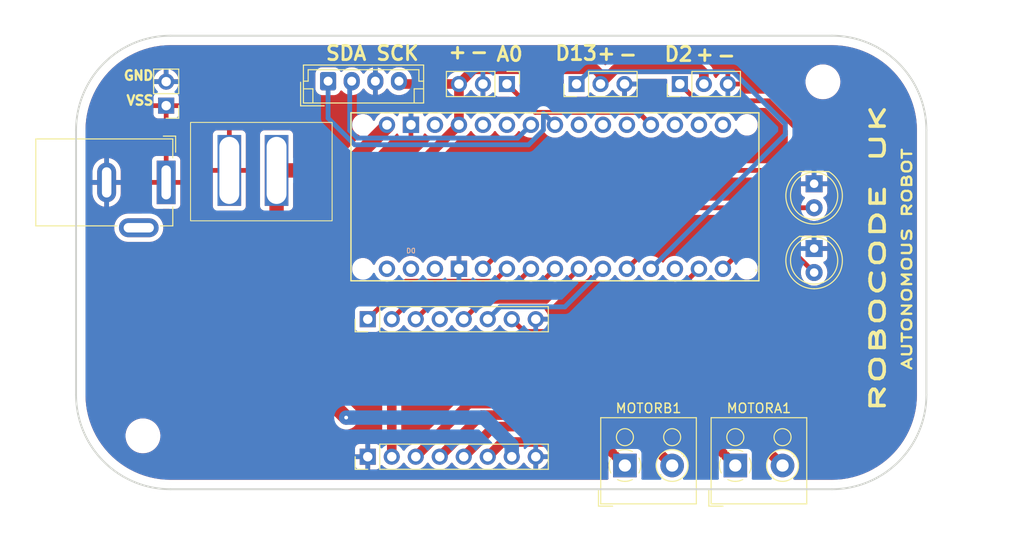
<source format=kicad_pcb>
(kicad_pcb (version 20221018) (generator pcbnew)
  (layers (0 "F.Cu" signal) (31 "B.Cu" signal) (34 "B.Paste" user) (35 "F.Paste" user) (36 "B.SilkS" user "B.Silkscreen") (37 "F.SilkS" user "F.Silkscreen") (38 "B.Mask" user) (39 "F.Mask" user) (44 "Edge.Cuts" user))
  (net 0 "")
  (net 1 "GND")
  (net 2 "LED1")
  (net 3 "LED2")
  (net 4 "Vss")
  (net 5 "PWMA")
  (net 6 "AIN2")
  (net 7 "AIN1")
  (net 9 "BIN1")
  (net 10 "BIN2")
  (net 11 "PWMB")
  (net 12 "5V")
  (net 13 "AO1")
  (net 14 "AO2")
  (net 15 "BO1")
  (net 16 "BO2")
  (net 17 "A0")
  (net 18 "D13")
  (net 19 "VIN")
  (net 24 "SDA")
  (net 25 "SCK")
  (net 31 "D2")
  (footprint "LED_THT:LED_D5.0mm" (layer "F.Cu") (at 115.062 138.066 -90)
    (fp_text reference "D7" hide)
    (fp_text value "LED")
    (fp_line (start -1.29 -1.545) (end -1.29 1.545) (stroke (width 0.12)) (layer "F.SilkS"))
    (fp_arc (start -1.29 -1.54483) (mid 2.072002 -2.880433) (end 4.26 0.000462) (stroke (width 0.12)) (layer "F.SilkS"))
    (fp_arc (start 4.26 -0.000462) (mid 2.072002 2.880433) (end -1.29 1.54483) (stroke (width 0.12)) (layer "F.SilkS"))
    (fp_circle (center 1.27 0) (end 3.77 0) (stroke (width 0.12)) (fill none) (layer "F.SilkS"))
    (pad "1" thru_hole rect (at 0 0 270) (size 1.8 1.8) (drill 0.9) (layers "*.Cu" "*.Mask") (net 1 "GND"))
    (pad "2" thru_hole circle (at 2.54 0 270) (size 1.8 1.8) (drill 0.9) (layers "*.Cu" "*.Mask") (net 2 "LED1"))
  )
  (footprint "LOGO" (layer "F.Cu") (at 44.45 153.162)
    (fp_text reference "G***" hide)
    (fp_text value "LOGO" hide)
  )
  (footprint "Connector_PinHeader_2.54mm:PinHeader_1x02_P2.54mm_Vertical" (layer "F.Cu") (at 46.482 129.799 180)
    (fp_text reference "J1" hide)
    (fp_text value "Conn_01x02_Pin")
    (fp_line (start -1.33 -1.33) (end 0 -1.33) (stroke (width 0.12)) (layer "F.SilkS"))
    (fp_line (start -1.33 0) (end -1.33 -1.33) (stroke (width 0.12)) (layer "F.SilkS"))
    (fp_line (start -1.33 1.27) (end -1.33 3.87) (stroke (width 0.12)) (layer "F.SilkS"))
    (fp_line (start -1.33 1.27) (end 1.33 1.27) (stroke (width 0.12)) (layer "F.SilkS"))
    (fp_line (start -1.33 3.87) (end 1.33 3.87) (stroke (width 0.12)) (layer "F.SilkS"))
    (fp_line (start 1.33 1.27) (end 1.33 3.87) (stroke (width 0.12)) (layer "F.SilkS"))
    (pad "1" thru_hole rect (at 0 0 180) (size 1.7 1.7) (drill 1) (layers "*.Cu" "*.Mask") (net 4 "Vss"))
    (pad "2" thru_hole oval (at 0 2.54 180) (size 1.7 1.7) (drill 1) (layers "*.Cu" "*.Mask") (net 1 "GND"))
  )
  (footprint "Connector_JST:JST_EH_B4B-EH-A_1x04_P2.50mm_Vertical" (layer "F.Cu") (at 63.62 127.208)
    (fp_text reference "J3" hide)
    (fp_text value "Conn_01x04_Socket")
    (fp_line (start -2.91 0.11) (end -2.91 2.61) (stroke (width 0.12)) (layer "F.SilkS"))
    (fp_line (start -2.91 2.61) (end -0.41 2.61) (stroke (width 0.12)) (layer "F.SilkS"))
    (fp_line (start -2.61 -1.71) (end -2.61 2.31) (stroke (width 0.12)) (layer "F.SilkS"))
    (fp_line (start -2.61 0) (end -2.11 0) (stroke (width 0.12)) (layer "F.SilkS"))
    (fp_line (start -2.61 0.81) (end -1.61 0.81) (stroke (width 0.12)) (layer "F.SilkS"))
    (fp_line (start -2.61 2.31) (end 10.11 2.31) (stroke (width 0.12)) (layer "F.SilkS"))
    (fp_line (start -2.11 -1.21) (end 9.61 -1.21) (stroke (width 0.12)) (layer "F.SilkS"))
    (fp_line (start -2.11 0) (end -2.11 -1.21) (stroke (width 0.12)) (layer "F.SilkS"))
    (fp_line (start -1.61 0.81) (end -1.61 2.31) (stroke (width 0.12)) (layer "F.SilkS"))
    (fp_line (start 9.11 0.81) (end 9.11 2.31) (stroke (width 0.12)) (layer "F.SilkS"))
    (fp_line (start 9.61 -1.21) (end 9.61 0) (stroke (width 0.12)) (layer "F.SilkS"))
    (fp_line (start 9.61 0) (end 10.11 0) (stroke (width 0.12)) (layer "F.SilkS"))
    (fp_line (start 10.11 -1.71) (end -2.61 -1.71) (stroke (width 0.12)) (layer "F.SilkS"))
    (fp_line (start 10.11 0.81) (end 9.11 0.81) (stroke (width 0.12)) (layer "F.SilkS"))
    (fp_line (start 10.11 2.31) (end 10.11 -1.71) (stroke (width 0.12)) (layer "F.SilkS"))
    (pad "1" thru_hole roundrect (at 0 0) (size 1.7 1.95) (drill 0.95) (layers "*.Cu" "*.Mask") (roundrect_rratio 0.1470588235) (net 24 "SDA"))
    (pad "2" thru_hole oval (at 2.5 0) (size 1.7 1.95) (drill 0.95) (layers "*.Cu" "*.Mask") (net 25 "SCK"))
    (pad "3" thru_hole oval (at 5 0) (size 1.7 1.95) (drill 0.95) (layers "*.Cu" "*.Mask") (net 1 "GND"))
    (pad "4" thru_hole oval (at 7.5 0) (size 1.7 1.95) (drill 0.95) (layers "*.Cu" "*.Mask") (net 12 "5V"))
  )
  (footprint "Connector_PinHeader_2.54mm:PinHeader_1x03_P2.54mm_Vertical" (layer "F.Cu") (at 89.916 127.508 90)
    (fp_text reference "J7" hide)
    (fp_text value "Servo")
    (fp_line (start -1.33 -1.33) (end 0 -1.33) (stroke (width 0.12)) (layer "F.SilkS"))
    (fp_line (start -1.33 0) (end -1.33 -1.33) (stroke (width 0.12)) (layer "F.SilkS"))
    (fp_line (start -1.33 1.27) (end -1.33 6.41) (stroke (width 0.12)) (layer "F.SilkS"))
    (fp_line (start -1.33 1.27) (end 1.33 1.27) (stroke (width 0.12)) (layer "F.SilkS"))
    (fp_line (start -1.33 6.41) (end 1.33 6.41) (stroke (width 0.12)) (layer "F.SilkS"))
    (fp_line (start 1.33 1.27) (end 1.33 6.41) (stroke (width 0.12)) (layer "F.SilkS"))
    (pad "1" thru_hole rect (at 0 0 90) (size 1.7 1.7) (drill 1) (layers "*.Cu" "*.Mask") (net 18 "D13"))
    (pad "2" thru_hole oval (at 0 2.54 90) (size 1.7 1.7) (drill 1) (layers "*.Cu" "*.Mask") (net 12 "5V"))
    (pad "3" thru_hole oval (at 0 5.08 90) (size 1.7 1.7) (drill 1) (layers "*.Cu" "*.Mask") (net 1 "GND"))
  )
  (footprint "MountingHole:MountingHole_3.2mm_M3" (layer "F.Cu") (at 115.994 127.276)
    (fp_text reference "REF**" hide)
    (fp_text value "MountingHole_3.2mm_M3")
    (pad "" np_thru_hole circle (at 0 0) (size 3.2 3.2) (drill 3.2) (layers "F&B.Cu" "*.Mask"))
  )
  (footprint "TerminalBlock_RND:TerminalBlock_RND_205-00001_1x02_P5.00mm_Horizontal" (layer "F.Cu") (at 106.72 167.886)
    (fp_text reference "MOTORA1" (at 2.5 -6.06) (layer "F.SilkS"))
    (fp_text value "Screw_Terminal_01x02")
    (fp_line (start -2.8 2.56) (end -2.8 4.3) (stroke (width 0.12)) (layer "F.SilkS"))
    (fp_line (start -2.8 4.3) (end -1.3 4.3) (stroke (width 0.12)) (layer "F.SilkS"))
    (fp_line (start -2.56 -5.06) (end -2.56 4.06) (stroke (width 0.12)) (layer "F.SilkS"))
    (fp_line (start -2.56 -5.06) (end 7.56 -5.06) (stroke (width 0.12)) (layer "F.SilkS"))
    (fp_line (start -2.56 2.5) (end 7.56 2.5) (stroke (width 0.12)) (layer "F.SilkS"))
    (fp_line (start -2.56 4.06) (end 7.56 4.06) (stroke (width 0.12)) (layer "F.SilkS"))
    (fp_line (start 3.82 0.976) (end 3.726 1.069) (stroke (width 0.12)) (layer "F.SilkS"))
    (fp_line (start 3.99 1.216) (end 3.931 1.274) (stroke (width 0.12)) (layer "F.SilkS"))
    (fp_line (start 6.07 -1.275) (end 6.011 -1.216) (stroke (width 0.12)) (layer "F.SilkS"))
    (fp_line (start 6.275 -1.069) (end 6.181 -0.976) (stroke (width 0.12)) (layer "F.SilkS"))
    (fp_line (start 7.56 -5.06) (end 7.56 4.06) (stroke (width 0.12)) (layer "F.SilkS"))
    (fp_arc (start -1.483953 0.789089) (mid -1.680708 0.00005) (end -1.484 -0.789) (stroke (width 0.12)) (layer "F.SilkS"))
    (fp_arc (start -0.789089 -1.483953) (mid -0.00005 -1.680708) (end 0.789 -1.484) (stroke (width 0.12)) (layer "F.SilkS"))
    (fp_arc (start 0.029383 1.68045) (mid -0.392304 1.634281) (end -0.789 1.484) (stroke (width 0.12)) (layer "F.SilkS"))
    (fp_arc (start 0.788712 1.483352) (mid 0.406429 1.630097) (end 0 1.68) (stroke (width 0.12)) (layer "F.SilkS"))
    (fp_arc (start 1.483953 -0.789089) (mid 1.680708 -0.00005) (end 1.484 0.789) (stroke (width 0.12)) (layer "F.SilkS"))
    (fp_circle (center 0 -3) (end 0.9 -3) (stroke (width 0.12)) (fill none) (layer "F.SilkS"))
    (fp_circle (center 5 -3) (end 5.9 -3) (stroke (width 0.12)) (fill none) (layer "F.SilkS"))
    (fp_circle (center 5 0) (end 6.68 0) (stroke (width 0.12)) (fill none) (layer "F.SilkS"))
    (pad "1" thru_hole rect (at 0 0) (size 2.5 2.5) (drill 1.3) (layers "*.Cu" "*.Mask") (net 14 "AO2"))
    (pad "2" thru_hole circle (at 5 0) (size 2.5 2.5) (drill 1.3) (layers "*.Cu" "*.Mask") (net 13 "AO1"))
  )
  (footprint "Connector_PinHeader_2.54mm:PinHeader_1x08_P2.54mm_Vertical" (layer "F.Cu") (at 67.818 152.4 90)
    (fp_text reference "J4" hide)
    (fp_text value "Conn_01x08_Socket")
    (fp_line (start -1.33 -1.33) (end 0 -1.33) (stroke (width 0.12)) (layer "F.SilkS"))
    (fp_line (start -1.33 0) (end -1.33 -1.33) (stroke (width 0.12)) (layer "F.SilkS"))
    (fp_line (start -1.33 1.27) (end -1.33 19.11) (stroke (width 0.12)) (layer "F.SilkS"))
    (fp_line (start -1.33 1.27) (end 1.33 1.27) (stroke (width 0.12)) (layer "F.SilkS"))
    (fp_line (start -1.33 19.11) (end 1.33 19.11) (stroke (width 0.12)) (layer "F.SilkS"))
    (fp_line (start 1.33 1.27) (end 1.33 19.11) (stroke (width 0.12)) (layer "F.SilkS"))
    (pad "1" thru_hole rect (at 0 0 90) (size 1.7 1.7) (drill 1) (layers "*.Cu" "*.Mask") (net 5 "PWMA"))
    (pad "2" thru_hole oval (at 0 2.54 90) (size 1.7 1.7) (drill 1) (layers "*.Cu" "*.Mask") (net 6 "AIN2"))
    (pad "3" thru_hole oval (at 0 5.08 90) (size 1.7 1.7) (drill 1) (layers "*.Cu" "*.Mask") (net 7 "AIN1"))
    (pad "4" thru_hole oval (at 0 7.62 90) (size 1.7 1.7) (drill 1) (layers "*.Cu" "*.Mask"))
    (pad "5" thru_hole oval (at 0 10.16 90) (size 1.7 1.7) (drill 1) (layers "*.Cu" "*.Mask") (net 9 "BIN1"))
    (pad "6" thru_hole oval (at 0 12.7 90) (size 1.7 1.7) (drill 1) (layers "*.Cu" "*.Mask") (net 10 "BIN2"))
    (pad "7" thru_hole oval (at 0 15.24 90) (size 1.7 1.7) (drill 1) (layers "*.Cu" "*.Mask") (net 11 "PWMB"))
    (pad "8" thru_hole oval (at 0 17.78 90) (size 1.7 1.7) (drill 1) (layers "*.Cu" "*.Mask") (net 1 "GND"))
  )
  (footprint "MountingHole:MountingHole_3.2mm_M3" (layer "F.Cu") (at 44.024 164.746)
    (fp_text reference "REF**" hide)
    (fp_text value "MountingHole_3.2mm_M3")
    (pad "" np_thru_hole circle (at 0 0) (size 3.2 3.2) (drill 3.2) (layers "F&B.Cu" "*.Mask"))
  )
  (footprint "Connector_BarrelJack:BarrelJack_GCT_DCJ200-10-A_Horizontal" (layer "F.Cu") (at 46.482 137.922 -90)
    (fp_text reference "J2" hide)
    (fp_text value "Barrel_Jack_MountingPin")
    (fp_line (start -4.9 -1) (end -4.9 0.3) (stroke (width 0.12)) (layer "F.SilkS"))
    (fp_line (start -4.6 -0.7) (end -2.6 -0.7) (stroke (width 0.12)) (layer "F.SilkS"))
    (fp_line (start -4.6 13.8) (end -4.6 -0.7) (stroke (width 0.12)) (layer "F.SilkS"))
    (fp_line (start -3.2 -1) (end -4.9 -1) (stroke (width 0.12)) (layer "F.SilkS"))
    (fp_line (start 2.6 -0.7) (end 4.6 -0.7) (stroke (width 0.12)) (layer "F.SilkS"))
    (fp_line (start 4.6 -0.7) (end 4.6 0.6) (stroke (width 0.12)) (layer "F.SilkS"))
    (fp_line (start 4.6 5.2) (end 4.6 13.8) (stroke (width 0.12)) (layer "F.SilkS"))
    (fp_line (start 4.6 13.8) (end -4.6 13.8) (stroke (width 0.12)) (layer "F.SilkS"))
    (pad "1" thru_hole rect (at 0 0 270) (size 4.6 2) (drill oval 3.6 1) (layers "*.Cu" "*.Mask") (net 4 "Vss"))
    (pad "2" thru_hole oval (at 0 6.3 270) (size 4.2 2) (drill oval 3.2 1) (layers "*.Cu" "*.Mask") (net 1 "GND"))
    (pad "3" thru_hole oval (at 4.8 2.9 270) (size 2 4.2) (drill oval 1 3.2) (layers "*.Cu" "*.Mask"))
  )
  (footprint "Connector_PinHeader_2.54mm:PinHeader_1x03_P2.54mm_Vertical" (layer "F.Cu") (at 82.55 127.508 -90)
    (fp_text reference "J6" hide)
    (fp_text value "Sharp")
    (fp_line (start -1.33 -1.33) (end 0 -1.33) (stroke (width 0.12)) (layer "F.SilkS"))
    (fp_line (start -1.33 0) (end -1.33 -1.33) (stroke (width 0.12)) (layer "F.SilkS"))
    (fp_line (start -1.33 1.27) (end -1.33 6.41) (stroke (width 0.12)) (layer "F.SilkS"))
    (fp_line (start -1.33 1.27) (end 1.33 1.27) (stroke (width 0.12)) (layer "F.SilkS"))
    (fp_line (start -1.33 6.41) (end 1.33 6.41) (stroke (width 0.12)) (layer "F.SilkS"))
    (fp_line (start 1.33 1.27) (end 1.33 6.41) (stroke (width 0.12)) (layer "F.SilkS"))
    (pad "1" thru_hole rect (at 0 0 270) (size 1.7 1.7) (drill 1) (layers "*.Cu" "*.Mask") (net 17 "A0"))
    (pad "2" thru_hole oval (at 0 2.54 270) (size 1.7 1.7) (drill 1) (layers "*.Cu" "*.Mask") (net 1 "GND"))
    (pad "3" thru_hole oval (at 0 5.08 270) (size 1.7 1.7) (drill 1) (layers "*.Cu" "*.Mask") (net 12 "5V"))
  )
  (footprint "TerminalBlock_RND:TerminalBlock_RND_205-00001_1x02_P5.00mm_Horizontal" (layer "F.Cu") (at 95.036 167.886)
    (fp_text reference "MOTORB1" (at 2.5 -6.06) (layer "F.SilkS"))
    (fp_text value "Screw_Terminal_01x02")
    (fp_line (start -2.8 2.56) (end -2.8 4.3) (stroke (width 0.12)) (layer "F.SilkS"))
    (fp_line (start -2.8 4.3) (end -1.3 4.3) (stroke (width 0.12)) (layer "F.SilkS"))
    (fp_line (start -2.56 -5.06) (end -2.56 4.06) (stroke (width 0.12)) (layer "F.SilkS"))
    (fp_line (start -2.56 -5.06) (end 7.56 -5.06) (stroke (width 0.12)) (layer "F.SilkS"))
    (fp_line (start -2.56 2.5) (end 7.56 2.5) (stroke (width 0.12)) (layer "F.SilkS"))
    (fp_line (start -2.56 4.06) (end 7.56 4.06) (stroke (width 0.12)) (layer "F.SilkS"))
    (fp_line (start 3.82 0.976) (end 3.726 1.069) (stroke (width 0.12)) (layer "F.SilkS"))
    (fp_line (start 3.99 1.216) (end 3.931 1.274) (stroke (width 0.12)) (layer "F.SilkS"))
    (fp_line (start 6.07 -1.275) (end 6.011 -1.216) (stroke (width 0.12)) (layer "F.SilkS"))
    (fp_line (start 6.275 -1.069) (end 6.181 -0.976) (stroke (width 0.12)) (layer "F.SilkS"))
    (fp_line (start 7.56 -5.06) (end 7.56 4.06) (stroke (width 0.12)) (layer "F.SilkS"))
    (fp_arc (start -1.483953 0.789089) (mid -1.680708 0.00005) (end -1.484 -0.789) (stroke (width 0.12)) (layer "F.SilkS"))
    (fp_arc (start -0.789089 -1.483953) (mid -0.00005 -1.680708) (end 0.789 -1.484) (stroke (width 0.12)) (layer "F.SilkS"))
    (fp_arc (start 0.029383 1.68045) (mid -0.392304 1.634281) (end -0.789 1.484) (stroke (width 0.12)) (layer "F.SilkS"))
    (fp_arc (start 0.788712 1.483352) (mid 0.406429 1.630097) (end 0 1.68) (stroke (width 0.12)) (layer "F.SilkS"))
    (fp_arc (start 1.483953 -0.789089) (mid 1.680708 -0.00005) (end 1.484 0.789) (stroke (width 0.12)) (layer "F.SilkS"))
    (fp_circle (center 0 -3) (end 0.9 -3) (stroke (width 0.12)) (fill none) (layer "F.SilkS"))
    (fp_circle (center 5 -3) (end 5.9 -3) (stroke (width 0.12)) (fill none) (layer "F.SilkS"))
    (fp_circle (center 5 0) (end 6.68 0) (stroke (width 0.12)) (fill none) (layer "F.SilkS"))
    (pad "1" thru_hole rect (at 0 0) (size 2.5 2.5) (drill 1.3) (layers "*.Cu" "*.Mask") (net 16 "BO2"))
    (pad "2" thru_hole circle (at 5 0) (size 2.5 2.5) (drill 1.3) (layers "*.Cu" "*.Mask") (net 15 "BO1"))
  )
  (footprint "Connector_PinHeader_2.54mm:PinHeader_1x03_P2.54mm_Vertical" (layer "F.Cu") (at 100.853 127.508 90)
    (fp_text reference "J8" hide)
    (fp_text value "IR Remote Sensor")
    (fp_line (start -1.33 -1.33) (end 0 -1.33) (stroke (width 0.12)) (layer "F.SilkS"))
    (fp_line (start -1.33 0) (end -1.33 -1.33) (stroke (width 0.12)) (layer "F.SilkS"))
    (fp_line (start -1.33 1.27) (end -1.33 6.41) (stroke (width 0.12)) (layer "F.SilkS"))
    (fp_line (start -1.33 1.27) (end 1.33 1.27) (stroke (width 0.12)) (layer "F.SilkS"))
    (fp_line (start -1.33 6.41) (end 1.33 6.41) (stroke (width 0.12)) (layer "F.SilkS"))
    (fp_line (start 1.33 1.27) (end 1.33 6.41) (stroke (width 0.12)) (layer "F.SilkS"))
    (pad "1" thru_hole rect (at 0 0 90) (size 1.7 1.7) (drill 1) (layers "*.Cu" "*.Mask") (net 31 "D2"))
    (pad "2" thru_hole oval (at 0 2.54 90) (size 1.7 1.7) (drill 1) (layers "*.Cu" "*.Mask") (net 12 "5V"))
    (pad "3" thru_hole oval (at 0 5.08 90) (size 1.7 1.7) (drill 1) (layers "*.Cu" "*.Mask") (net 1 "GND"))
  )
  (footprint "LED_THT:LED_D5.0mm" (layer "F.Cu") (at 115.062 144.919 -90)
    (fp_text reference "D8" hide)
    (fp_text value "LED")
    (fp_line (start -1.29 -1.545) (end -1.29 1.545) (stroke (width 0.12)) (layer "F.SilkS"))
    (fp_arc (start -1.29 -1.54483) (mid 2.072002 -2.880433) (end 4.26 0.000462) (stroke (width 0.12)) (layer "F.SilkS"))
    (fp_arc (start 4.26 -0.000462) (mid 2.072002 2.880433) (end -1.29 1.54483) (stroke (width 0.12)) (layer "F.SilkS"))
    (fp_circle (center 1.27 0) (end 3.77 0) (stroke (width 0.12)) (fill none) (layer "F.SilkS"))
    (pad "1" thru_hole rect (at 0 0 270) (size 1.8 1.8) (drill 0.9) (layers "*.Cu" "*.Mask") (net 1 "GND"))
    (pad "2" thru_hole circle (at 2.54 0 270) (size 1.8 1.8) (drill 0.9) (layers "*.Cu" "*.Mask") (net 3 "LED2"))
  )
  (footprint "PCM_arduino-library:Arduino_Nano_Socket" (layer "F.Cu") (at 109.22 139.446 90)
    (fp_text reference "XA1" hide)
    (fp_text value "Arduino_Nano_Socket")
    (fp_text user "D0" (at -5.715 -36.83 unlocked) (layer "B.SilkS") (effects (font (size 0.5 0.5) (thickness 0.075)) (justify mirror)))
    (fp_text user "D0" (at -5.715 -36.83 unlocked) (layer "F.SilkS") (effects (font (size 0.5 0.5) (thickness 0.075))))
    (fp_line (start -8.89 -43.18) (end -8.89 0) (stroke (width 0.15)) (layer "F.SilkS"))
    (fp_line (start -8.89 -43.18) (end 8.89 -43.18) (stroke (width 0.15)) (layer "F.SilkS"))
    (fp_line (start -8.89 0) (end 8.89 0) (stroke (width 0.15)) (layer "F.SilkS"))
    (fp_line (start 8.89 -43.18) (end 8.89 0) (stroke (width 0.15)) (layer "F.SilkS"))
    (pad "" np_thru_hole circle (at -7.62 -41.91 90) (size 1.8 1.8) (drill 1.8) (layers "F&B.Cu" "*.Mask"))
    (pad "" np_thru_hole circle (at -7.62 -1.27 90) (size 1.8 1.8) (drill 1.8) (layers "F&B.Cu" "*.Mask"))
    (pad "" np_thru_hole circle (at 7.62 -41.91 90) (size 1.8 1.8) (drill 1.8) (layers "F&B.Cu" "*.Mask"))
    (pad "" np_thru_hole circle (at 7.62 -1.27 90) (size 1.8 1.8) (drill 1.8) (layers "F&B.Cu" "*.Mask"))
    (pad "3V3" thru_hole circle (at 7.62 -6.35 90) (size 1.7272 1.7272) (drill 1.016) (layers "*.Cu" "*.Mask"))
    (pad "5V" thru_hole circle (at 7.62 -31.75 90) (size 1.7272 1.7272) (drill 1.016) (layers "*.Cu" "*.Mask") (net 12 "5V"))
    (pad "A0" thru_hole circle (at 7.62 -11.43 90) (size 1.7272 1.7272) (drill 1.016) (layers "*.Cu" "*.Mask") (net 17 "A0"))
    (pad "A1" thru_hole circle (at 7.62 -13.97 90) (size 1.7272 1.7272) (drill 1.016) (layers "*.Cu" "*.Mask"))
    (pad "A2" thru_hole circle (at 7.62 -16.51 90) (size 1.7272 1.7272) (drill 1.016) (layers "*.Cu" "*.Mask"))
    (pad "A3" thru_hole circle (at 7.62 -19.05 90) (size 1.7272 1.7272) (drill 1.016) (layers "*.Cu" "*.Mask"))
    (pad "A4" thru_hole circle (at 7.62 -21.59 90) (size 1.7272 1.7272) (drill 1.016) (layers "*.Cu" "*.Mask") (net 24 "SDA"))
    (pad "A5" thru_hole circle (at 7.62 -24.13 90) (size 1.7272 1.7272) (drill 1.016) (layers "*.Cu" "*.Mask") (net 25 "SCK"))
    (pad "A6" thru_hole circle (at 7.62 -26.67 90) (size 1.7272 1.7272) (drill 1.016) (layers "*.Cu" "*.Mask"))
    (pad "A7" thru_hole circle (at 7.62 -29.21 90) (size 1.7272 1.7272) (drill 1.016) (layers "*.Cu" "*.Mask"))
    (pad "AREF" thru_hole circle (at 7.62 -8.89 90) (size 1.7272 1.7272) (drill 1.016) (layers "*.Cu" "*.Mask"))
    (pad "D0" thru_hole circle (at -7.62 -36.83 90) (size 1.7272 1.7272) (drill 1.016) (layers "*.Cu" "*.Mask"))
    (pad "D1" thru_hole circle (at -7.62 -39.37 90) (size 1.7272 1.7272) (drill 1.016) (layers "*.Cu" "*.Mask"))
    (pad "D2" thru_hole circle (at -7.62 -29.21 90) (size 1.7272 1.7272) (drill 1.016) (layers "*.Cu" "*.Mask") (net 31 "D2"))
    (pad "D3" thru_hole circle (at -7.62 -26.67 90) (size 1.7272 1.7272) (drill 1.016) (layers "*.Cu" "*.Mask") (net 5 "PWMA"))
    (pad "D4" thru_hole circle (at -7.62 -24.13 90) (size 1.7272 1.7272) (drill 1.016) (layers "*.Cu" "*.Mask") (net 6 "AIN2"))
    (pad "D5" thru_hole circle (at -7.62 -21.59 90) (size 1.7272 1.7272) (drill 1.016) (layers "*.Cu" "*.Mask") (net 7 "AIN1"))
    (pad "D6" thru_hole circle (at -7.62 -19.05 90) (size 1.7272 1.7272) (drill 1.016) (layers "*.Cu" "*.Mask") (net 9 "BIN1"))
    (pad "D7" thru_hole circle (at -7.62 -16.51 90) (size 1.7272 1.7272) (drill 1.016) (layers "*.Cu" "*.Mask") (net 10 "BIN2"))
    (pad "D8" thru_hole circle (at -7.62 -13.97 90) (size 1.7272 1.7272) (drill 1.016) (layers "*.Cu" "*.Mask") (net 2 "LED1"))
    (pad "D9" thru_hole circle (at -7.62 -11.43 90) (size 1.7272 1.7272) (drill 1.016) (layers "*.Cu" "*.Mask") (net 18 "D13"))
    (pad "D10" thru_hole circle (at -7.62 -8.89 90) (size 1.7272 1.7272) (drill 1.016) (layers "*.Cu" "*.Mask"))
    (pad "D11" thru_hole circle (at -7.62 -6.35 90) (size 1.7272 1.7272) (drill 1.016) (layers "*.Cu" "*.Mask") (net 11 "PWMB"))
    (pad "D12" thru_hole circle (at -7.62 -3.81 90) (size 1.7272 1.7272) (drill 1.016) (layers "*.Cu" "*.Mask") (net 3 "LED2"))
    (pad "D13" thru_hole circle (at 7.62 -3.81 90) (size 1.7272 1.7272) (drill 1.016) (layers "*.Cu" "*.Mask"))
    (pad "GND1" thru_hole rect (at -7.62 -31.75 90) (size 1.7272 1.7272) (drill 1.016) (layers "*.Cu" "*.Mask") (net 1 "GND"))
    (pad "GND2" thru_hole rect (at 7.62 -36.83 90) (size 1.7272 1.7272) (drill 1.016) (layers "*.Cu" "*.Mask") (net 1 "GND"))
    (pad "RST1" thru_hole circle (at -7.62 -34.29 90) (size 1.7272 1.7272) (drill 1.016) (layers "*.Cu" "*.Mask"))
    (pad "RST2" thru_hole circle (at 7.62 -34.29 90) (size 1.7272 1.7272) (drill 1.016) (layers "*.Cu" "*.Mask"))
    (pad "VIN" thru_hole circle (at 7.62 -39.37 90) (size 1.7272 1.7272) (drill 1.016) (layers "*.Cu" "*.Mask") (net 19 "VIN"))
  )
  (footprint "Connector_PinHeader_2.54mm:PinHeader_1x08_P2.54mm_Vertical" (layer "F.Cu") (at 67.818 166.956 90)
    (fp_text reference "J5" hide)
    (fp_text value "Conn_01x08_Socket")
    (fp_line (start -1.33 -1.33) (end 0 -1.33) (stroke (width 0.12)) (layer "F.SilkS"))
    (fp_line (start -1.33 0) (end -1.33 -1.33) (stroke (width 0.12)) (layer "F.SilkS"))
    (fp_line (start -1.33 1.27) (end -1.33 19.11) (stroke (width 0.12)) (layer "F.SilkS"))
    (fp_line (start -1.33 1.27) (end 1.33 1.27) (stroke (width 0.12)) (layer "F.SilkS"))
    (fp_line (start -1.33 19.11) (end 1.33 19.11) (stroke (width 0.12)) (layer "F.SilkS"))
    (fp_line (start 1.33 1.27) (end 1.33 19.11) (stroke (width 0.12)) (layer "F.SilkS"))
    (pad "1" thru_hole rect (at 0 0 90) (size 1.7 1.7) (drill 1) (layers "*.Cu" "*.Mask") (net 1 "GND"))
    (pad "2" thru_hole oval (at 0 2.54 90) (size 1.7 1.7) (drill 1) (layers "*.Cu" "*.Mask") (net 12 "5V"))
    (pad "3" thru_hole oval (at 0 5.08 90) (size 1.7 1.7) (drill 1) (layers "*.Cu" "*.Mask") (net 13 "AO1"))
    (pad "4" thru_hole oval (at 0 7.62 90) (size 1.7 1.7) (drill 1) (layers "*.Cu" "*.Mask") (net 14 "AO2"))
    (pad "5" thru_hole oval (at 0 10.16 90) (size 1.7 1.7) (drill 1) (layers "*.Cu" "*.Mask") (net 15 "BO1"))
    (pad "6" thru_hole oval (at 0 12.7 90) (size 1.7 1.7) (drill 1) (layers "*.Cu" "*.Mask") (net 16 "BO2"))
    (pad "7" thru_hole oval (at 0 15.24 90) (size 1.7 1.7) (drill 1) (layers "*.Cu" "*.Mask") (net 19 "VIN"))
    (pad "8" thru_hole oval (at 0 17.78 90) (size 1.7 1.7) (drill 1) (layers "*.Cu" "*.Mask") (net 1 "GND"))
  )
  (footprint "Rocker_Switch:Rocker_Switch" (layer "F.Cu") (at 55.666 136.652)
    (fp_text reference "SW1" hide)
    (fp_text value "SW_DIP_x01")
    (fp_rect (start -6.604 5.334) (end 8.382 -5.08) (stroke (width 0.1)) (fill none) (layer "F.SilkS"))
    (pad "1" thru_hole rect (at -2.5 0) (size 2.5 7.5) (drill oval 2.1 7.1) (layers "*.Cu" "*.Mask") (net 4 "Vss"))
    (pad "2" thru_hole rect (at 2.5 0) (size 2.5 7.5) (drill oval 2.1 7.1) (layers "*.Cu" "*.Mask") (net 19 "VIN"))
  )
  (gr_arc (start 126.944 160.396) (mid 124.015068 167.467068) (end 116.944 170.396) (stroke (width 0.2)) (layer "Edge.Cuts"))
  (gr_arc (start 36.944 132.396) (mid 39.872932 125.324932) (end 46.944 122.396) (stroke (width 0.2)) (layer "Edge.Cuts"))
  (gr_line (start 116.944 122.396) (end 46.944 122.396) (stroke (width 0.2)) (layer "Edge.Cuts"))
  (gr_arc (start 116.944 122.396) (mid 124.015068 125.324932) (end 126.944 132.396) (stroke (width 0.2)) (layer "Edge.Cuts"))
  (gr_line (start 126.944 160.396) (end 126.944 132.396) (stroke (width 0.2)) (layer "Edge.Cuts"))
  (gr_line (start 46.944 170.396) (end 116.944 170.396) (stroke (width 0.2)) (layer "Edge.Cuts"))
  (gr_arc (start 46.944 170.396) (mid 39.872932 167.467068) (end 36.944 160.396) (stroke (width 0.2)) (layer "Edge.Cuts"))
  (gr_line (start 36.944 132.396) (end 36.944 160.396) (stroke (width 0.2)) (layer "Edge.Cuts"))
  (gr_text "D13" (at 87.503 125.122) (layer "F.SilkS") (effects (font (size 1.5 1.5) (thickness 0.3) bold) (justify left bottom)))
  (gr_text "-\n" (at 94.234 125.222) (layer "F.SilkS") (effects (font (size 1.5 1.5) (thickness 0.3) bold) (justify left bottom)))
  (gr_text "AUTONOMOUS ROBOT\n" (at 125.476 157.916 90) (layer "F.SilkS") (effects (font (size 1 1.5) (thickness 0.25) bold) (justify left bottom)))
  (gr_text "D2\n" (at 99.06 125.222) (layer "F.SilkS") (effects (font (size 1.5 1.5) (thickness 0.3) bold) (justify left bottom)))
  (gr_text "A0\n" (at 81.28 125.222) (layer "F.SilkS") (effects (font (size 1.5 1.5) (thickness 0.3) bold) (justify left bottom)))
  (gr_text "GND" (at 41.873286 127.196) (layer "F.SilkS") (effects (font (size 1 1) (thickness 0.25) bold) (justify left bottom)))
  (gr_text "+" (at 76.2 124.968) (layer "F.SilkS") (effects (font (size 1.5 1.5) (thickness 0.3) bold) (justify left bottom)))
  (gr_text "ROBOCODE UK" (at 122.682 162.493677 90) (layer "F.SilkS") (effects (font (size 1.5 3) (thickness 0.375) bold) (justify left bottom)))
  (gr_text "+" (at 102.362 125.222) (layer "F.SilkS") (effects (font (size 1.5 1.5) (thickness 0.3) bold) (justify left bottom)))
  (gr_text "-\n" (at 104.648 125.322) (layer "F.SilkS") (effects (font (size 1.5 1.5) (thickness 0.3) bold) (justify left bottom)))
  (gr_text "+" (at 91.948 125.122) (layer "F.SilkS") (effects (font (size 1.5 1.5) (thickness 0.3) bold) (justify left bottom)))
  (gr_text "SDA" (at 63.22 125.122) (layer "F.SilkS") (effects (font (size 1.5 1.5) (thickness 0.3) bold) (justify left bottom)))
  (gr_text "VSS" (at 42.159 129.831) (layer "F.SilkS") (effects (font (size 1 1) (thickness 0.25) bold) (justify left bottom)))
  (gr_text "-\n" (at 78.486 124.968) (layer "F.SilkS") (effects (font (size 1.5 1.5) (thickness 0.3) bold) (justify left bottom)))
  (gr_text "SCK" (at 68.554 125.122) (layer "F.SilkS") (effects (font (size 1.5 1.5) (thickness 0.3) bold) (justify left bottom)))
  (gr_text "+" (at 107.144 147.996) (layer "F.SilkS") (effects (font (size 1.5 1.5) (thickness 0.3) bold) (justify left bottom)))
  (segment (start 115.062 140.606) (end 101.71 140.606) (width 0.508) (layer "F.Cu") (net 2))
  (segment (start 101.71 140.606) (end 95.25 147.066) (width 0.508) (layer "F.Cu") (net 2))
  (segment (start 115.062 147.459) (end 113.265 145.662) (width 0.508) (layer "F.Cu") (net 3))
  (segment (start 106.814 145.662) (end 105.41 147.066) (width 0.508) (layer "F.Cu") (net 3))
  (segment (start 113.265 145.662) (end 106.814 145.662) (width 0.508) (layer "F.Cu") (net 3))
  (segment (start 67.818 152.4) (end 71.8344 148.3836) (width 0.508) (layer "F.Cu") (net 5))
  (segment (start 81.2324 148.3836) (end 82.55 147.066) (width 0.508) (layer "F.Cu") (net 5))
  (segment (start 71.8344 148.3836) (end 81.2324 148.3836) (width 0.508) (layer "F.Cu") (net 5))
  (segment (start 70.358 152.4) (end 73.6664 149.0916) (width 0.508) (layer "F.Cu") (net 6))
  (segment (start 73.6664 149.0916) (end 83.0644 149.0916) (width 0.508) (layer "F.Cu") (net 6))
  (segment (start 83.0644 149.0916) (end 85.09 147.066) (width 0.508) (layer "F.Cu") (net 6))
  (segment (start 84.8964 149.7996) (end 87.63 147.066) (width 0.508) (layer "F.Cu") (net 7))
  (segment (start 72.898 152.4) (end 75.4984 149.7996) (width 0.508) (layer "F.Cu") (net 7))
  (segment (start 75.4984 149.7996) (end 84.8964 149.7996) (width 0.508) (layer "F.Cu") (net 7))
  (segment (start 79.8704 150.5076) (end 86.7284 150.5076) (width 0.508) (layer "F.Cu") (net 9))
  (segment (start 77.978 152.4) (end 79.8704 150.5076) (width 0.508) (layer "F.Cu") (net 9))
  (segment (start 86.7284 150.5076) (end 90.17 147.066) (width 0.508) (layer "F.Cu") (net 9))
  (segment (start 80.518 152.4) (end 81.822 151.096) (width 0.508) (layer "B.Cu") (net 10))
  (segment (start 88.68 151.096) (end 92.71 147.066) (width 0.508) (layer "B.Cu") (net 10))
  (segment (start 81.822 151.096) (end 88.68 151.096) (width 0.508) (layer "B.Cu") (net 10))
  (segment (start 84.362 153.704) (end 96.232 153.704) (width 0.508) (layer "F.Cu") (net 11))
  (segment (start 96.232 153.704) (end 102.87 147.066) (width 0.508) (layer "F.Cu") (net 11))
  (segment (start 83.058 152.4) (end 84.362 153.704) (width 0.508) (layer "F.Cu") (net 11))
  (segment (start 71.42 127.508) (end 71.12 127.208) (width 1.016) (layer "F.Cu") (net 12))
  (segment (start 70.358 158.056) (end 65.652 153.35) (width 1.016) (layer "F.Cu") (net 12))
  (segment (start 92.456 127.508) (end 94.014 125.95) (width 1.016) (layer "F.Cu") (net 12))
  (segment (start 65.652 153.35) (end 65.652 143.644) (width 1.016) (layer "F.Cu") (net 12))
  (segment (start 79.028 125.95) (end 91.914 125.95) (width 1.016) (layer "F.Cu") (net 12))
  (segment (start 65.652 143.644) (end 77.47 131.826) (width 1.016) (layer "F.Cu") (net 12))
  (segment (start 92.456 126.492) (end 92.456 127.508) (width 1.016) (layer "F.Cu") (net 12))
  (segment (start 77.47 131.826) (end 77.47 127.508) (width 1.016) (layer "F.Cu") (net 12))
  (segment (start 94.014 125.95) (end 103.037081 125.95) (width 1.016) (layer "F.Cu") (net 12))
  (segment (start 70.358 166.956) (end 70.358 158.056) (width 1.016) (layer "F.Cu") (net 12))
  (segment (start 103.393 126.305919) (end 103.393 127.508) (width 1.016) (layer "F.Cu") (net 12))
  (segment (start 103.037081 125.95) (end 103.393 126.305919) (width 1.016) (layer "F.Cu") (net 12))
  (segment (start 77.47 127.508) (end 71.42 127.508) (width 1.016) (layer "F.Cu") (net 12))
  (segment (start 91.914 125.95) (end 92.456 126.492) (width 1.016) (layer "F.Cu") (net 12))
  (segment (start 77.47 127.508) (end 79.028 125.95) (width 1.016) (layer "F.Cu") (net 12))
  (segment (start 111.72 167.886) (end 105.169271 161.335271) (width 1.016) (layer "F.Cu") (net 13))
  (segment (start 105.169271 161.335271) (end 78.518729 161.335271) (width 1.016) (layer "F.Cu") (net 13))
  (segment (start 78.518729 161.335271) (end 72.898 166.956) (width 1.016) (layer "F.Cu") (net 13))
  (segment (start 79.842729 162.551271) (end 75.438 166.956) (width 1.016) (layer "F.Cu") (net 14))
  (segment (start 101.385271 162.551271) (end 79.842729 162.551271) (width 1.016) (layer "F.Cu") (net 14))
  (segment (start 106.72 167.886) (end 101.385271 162.551271) (width 1.016) (layer "F.Cu") (net 14))
  (segment (start 95.917271 163.767271) (end 81.166729 163.767271) (width 1.016) (layer "F.Cu") (net 15))
  (segment (start 100.036 167.886) (end 95.917271 163.767271) (width 1.016) (layer "F.Cu") (net 15))
  (segment (start 81.166729 163.767271) (end 77.978 166.956) (width 1.016) (layer "F.Cu") (net 15))
  (segment (start 82.076 165.398) (end 80.518 166.956) (width 1.016) (layer "F.Cu") (net 16))
  (segment (start 95.036 167.886) (end 92.548 165.398) (width 1.016) (layer "F.Cu") (net 16))
  (segment (start 92.548 165.398) (end 82.076 165.398) (width 1.016) (layer "F.Cu") (net 16))
  (segment (start 85.5504 130.5084) (end 82.55 127.508) (width 0.508) (layer "F.Cu") (net 17))
  (segment (start 96.4724 130.5084) (end 85.5504 130.5084) (width 0.508) (layer "F.Cu") (net 17))
  (segment (start 97.79 131.826) (end 96.4724 130.5084) (width 0.508) (layer "F.Cu") (net 17))
  (segment (start 112.014 131.744865) (end 112.014 132.842) (width 0.508) (layer "B.Cu") (net 18))
  (segment (start 112.014 132.842) (end 97.79 147.066) (width 0.508) (layer "B.Cu") (net 18))
  (segment (start 91.22 126.204) (end 106.473135 126.204) (width 0.508) (layer "B.Cu") (net 18))
  (segment (start 106.473135 126.204) (end 112.014 131.744865) (width 0.508) (layer "B.Cu") (net 18))
  (segment (start 89.916 127.508) (end 91.22 126.204) (width 0.508) (layer "B.Cu") (net 18))
  (segment (start 65.187976 136.652) (end 69.85 131.989976) (width 1.524) (layer "F.Cu") (net 19))
  (segment (start 58.166 136.652) (end 65.187976 136.652) (width 1.524) (layer "F.Cu") (net 19))
  (segment (start 65.532 162.814) (end 58.166 155.448) (width 1.524) (layer "F.Cu") (net 19))
  (segment (start 69.85 131.989976) (end 69.85 131.826) (width 1.524) (layer "F.Cu") (net 19))
  (segment (start 58.166 155.448) (end 58.166 136.652) (width 1.524) (layer "F.Cu") (net 19))
  (via (at 65.532 162.814) (size 0.8) (drill 0.4) (layers "F.Cu" "B.Cu") (net 19))
  (segment (start 83.058 166.956) (end 83.058 165.753919) (width 1.524) (layer "B.Cu") (net 19))
  (segment (start 83.058 165.753919) (end 80.118081 162.814) (width 1.524) (layer "B.Cu") (net 19))
  (segment (start 80.118081 162.814) (end 65.532 162.814) (width 1.524) (layer "B.Cu") (net 19))
  (segment (start 86.4076 132.371768) (end 84.841368 133.938) (width 0.508) (layer "B.Cu") (net 24))
  (segment (start 63.62 131.12282) (end 63.62 127.208) (width 0.508) (layer "B.Cu") (net 24))
  (segment (start 87.63 131.826) (end 86.4076 130.6036) (width 0.508) (layer "B.Cu") (net 24))
  (segment (start 66.43518 133.938) (end 63.62 131.12282) (width 0.508) (layer "B.Cu") (net 24))
  (segment (start 84.841368 133.938) (end 66.43518 133.938) (width 0.508) (layer "B.Cu") (net 24))
  (segment (start 86.4076 130.6036) (end 86.4076 132.371768) (width 0.508) (layer "B.Cu") (net 24))
  (segment (start 65.906 132.407556) (end 65.906 127.422) (width 0.508) (layer "B.Cu") (net 25))
  (segment (start 83.686 133.23) (end 66.728444 133.23) (width 0.508) (layer "B.Cu") (net 25))
  (segment (start 66.728444 133.23) (end 65.906 132.407556) (width 0.508) (layer "B.Cu") (net 25))
  (segment (start 65.906 127.422) (end 66.12 127.208) (width 0.508) (layer "B.Cu") (net 25))
  (segment (start 85.09 131.826) (end 83.686 133.23) (width 0.508) (layer "B.Cu") (net 25))
  (segment (start 113.03 134.366) (end 110.744 136.652) (width 0.508) (layer "F.Cu") (net 31))
  (segment (start 90.424 136.652) (end 80.01 147.066) (width 0.508) (layer "F.Cu") (net 31))
  (segment (start 110.744 136.652) (end 90.424 136.652) (width 0.508) (layer "F.Cu") (net 31))
  (segment (start 102.631 129.286) (end 110.236 129.286) (width 0.508) (layer "F.Cu") (net 31))
  (segment (start 113.03 132.08) (end 113.03 134.366) (width 0.508) (layer "F.Cu") (net 31))
  (segment (start 110.236 129.286) (end 113.03 132.08) (width 0.508) (layer "F.Cu") (net 31))
  (segment (start 100.853 127.508) (end 102.631 129.286) (width 0.508) (layer "F.Cu") (net 31))
  (zone (net 4) (net_name "Vss") (layer "F.Cu") (priority 1) (connect_pads (clearance 0.5)) (min_thickness 0.25) (fill yes (thermal_gap 0.5) (thermal_bridge_width 0.5))
    (polygon (pts (xy 44.45 140.97) (xy 55.372 140.97) (xy 55.372 128.524) (xy 44.45 128.524)))
  )
  (zone (net 1) (net_name "GND") (layers "F&B.Cu") (name "ground") (connect_pads (clearance 0.5)) (min_thickness 0.25) (fill yes (thermal_gap 0.5) (thermal_bridge_width 0.5))
    (polygon (pts (xy 32.354 129.866) (xy 39.154 118.616) (xy 128.964 120.256) (xy 137.294 132.546) (xy 129.794 171.196) (xy 120.944 177.676) (xy 37.604 173.646) (xy 28.984 161.386) (xy 28.894 134.276)))
  )
)
</source>
